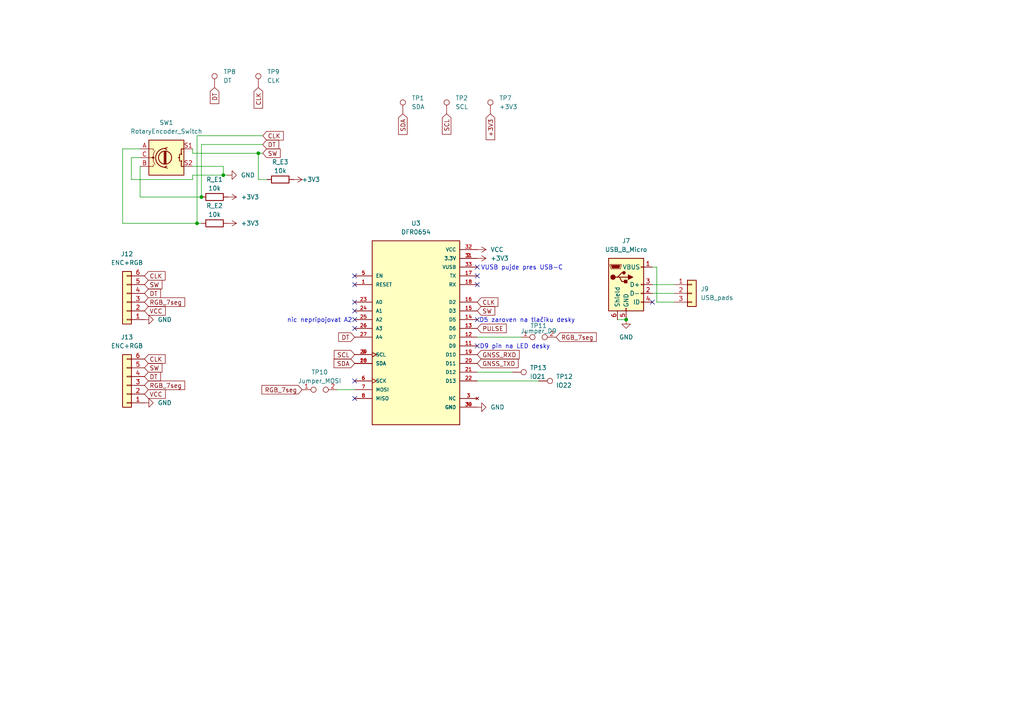
<source format=kicad_sch>
(kicad_sch (version 20231120) (generator "eeschema") (generator_version "8.0")
  (paper "A4")
  (lib_symbols
    (symbol "Connector:TestPoint" (pin_numbers hide) (pin_names (offset 0.762) hide)
      (property "Reference" "TP" (at 0 6.858 0))
      (property "Value" "TestPoint" (at 0 5.08 0))
      (symbol "TestPoint_0_1"
        (circle (center 0 3.302) (radius 0.762))
      )
      (symbol "TestPoint_1_1"
        (pin passive line (at 0 0 90) (length 2.54) (name "1") (number "1"))
      )
    )
    (symbol "Connector:TestPoint_2Pole" (pin_names (offset 0.762) hide)
      (property "Reference" "TP" (at 0 1.524 0))
      (property "Value" "TestPoint_2Pole" (at 0 -1.778 0))
      (symbol "TestPoint_2Pole_0_1"
        (circle (center -1.778 0) (radius 0.762))
        (circle (center 1.778 0) (radius 0.762))
        (pin passive line (at -5.08 0 0) (length 2.54) (name "1") (number "1"))
        (pin passive line (at 5.08 0 180) (length 2.54) (name "2") (number "2"))
      )
    )
    (symbol "Connector:USB_B_Micro" (pin_names (offset 1.016))
      (property "Reference" "J" (at -5.08 11.43 0))
      (property "Value" "USB_B_Micro" (at -5.08 8.89 0))
      (symbol "USB_B_Micro_0_1"
        (rectangle (start -5.08 -7.62) (end 5.08 7.62) (stroke (width 0.254)) (fill (type background)))
        (circle (center -3.81 2.159) (radius 0.635) (stroke (width 0.254)) (fill (type outline)))
        (circle (center -0.635 3.429) (radius 0.381) (stroke (width 0.254)) (fill (type outline)))
        (rectangle (start -0.127 -7.62) (end 0.127 -6.858))
        (polyline (pts (xy -1.905 2.159) (xy 0.635 2.159)) (stroke (width 0.254)))
        (polyline (pts (xy -3.175 2.159) (xy -2.54 2.159) (xy -1.27 3.429) (xy -0.635 3.429)) (stroke (width 0.254)))
        (polyline (pts (xy -2.54 2.159) (xy -1.905 2.159) (xy -1.27 0.889) (xy 0 0.889)) (stroke (width 0.254)))
        (polyline (pts (xy 0.635 2.794) (xy 0.635 1.524) (xy 1.905 2.159) (xy 0.635 2.794)) (stroke (width 0.254)) (fill (type outline)))
        (polyline (pts (xy -4.318 5.588) (xy -1.778 5.588) (xy -2.032 4.826) (xy -4.064 4.826) (xy -4.318 5.588)) (fill (type outline)))
        (polyline (pts (xy -4.699 5.842) (xy -4.699 5.588) (xy -4.445 4.826) (xy -4.445 4.572) (xy -1.651 4.572) (xy -1.651 4.826) (xy -1.397 5.588) (xy -1.397 5.842) (xy -4.699 5.842)))
        (rectangle (start 0.254 1.27) (end -0.508 0.508) (stroke (width 0.254)) (fill (type outline)))
        (rectangle (start 5.08 -5.207) (end 4.318 -4.953))
        (rectangle (start 5.08 -2.667) (end 4.318 -2.413))
        (rectangle (start 5.08 -0.127) (end 4.318 0.127))
        (rectangle (start 5.08 4.953) (end 4.318 5.207))
      )
      (symbol "USB_B_Micro_1_1"
        (pin power_out line (at 7.62 5.08 180) (length 2.54) (name "VBUS") (number "1"))
        (pin bidirectional line (at 7.62 -2.54 180) (length 2.54) (name "D-") (number "2"))
        (pin bidirectional line (at 7.62 0 180) (length 2.54) (name "D+") (number "3"))
        (pin passive line (at 7.62 -5.08 180) (length 2.54) (name "ID") (number "4"))
        (pin power_out line (at 0 -10.16 90) (length 2.54) (name "GND") (number "5"))
        (pin passive line (at -2.54 -10.16 90) (length 2.54) (name "Shield") (number "6"))
      )
    )
    (symbol "Connector_Generic:Conn_01x03" (pin_names (offset 1.016) hide)
      (property "Reference" "J" (at 0 5.08 0))
      (property "Value" "Conn_01x03" (at 0 -5.08 0))
      (symbol "Conn_01x03_1_1"
        (rectangle (start -1.27 -2.413) (end 0 -2.667) (stroke (width 0.1524)))
        (rectangle (start -1.27 0.127) (end 0 -0.127) (stroke (width 0.1524)))
        (rectangle (start -1.27 2.667) (end 0 2.413) (stroke (width 0.1524)))
        (rectangle (start -1.27 3.81) (end 1.27 -3.81) (stroke (width 0.254)) (fill (type background)))
        (pin passive line (at -5.08 2.54 0) (length 3.81) (name "Pin_1") (number "1"))
        (pin passive line (at -5.08 0 0) (length 3.81) (name "Pin_2") (number "2"))
        (pin passive line (at -5.08 -2.54 0) (length 3.81) (name "Pin_3") (number "3"))
      )
    )
    (symbol "Connector_Generic:Conn_01x06" (pin_names (offset 1.016) hide)
      (property "Reference" "J" (at 0 7.62 0))
      (property "Value" "Conn_01x06" (at 0 -10.16 0))
      (symbol "Conn_01x06_1_1"
        (rectangle (start -1.27 -7.493) (end 0 -7.747) (stroke (width 0.1524)))
        (rectangle (start -1.27 -4.953) (end 0 -5.207) (stroke (width 0.1524)))
        (rectangle (start -1.27 -2.413) (end 0 -2.667) (stroke (width 0.1524)))
        (rectangle (start -1.27 0.127) (end 0 -0.127) (stroke (width 0.1524)))
        (rectangle (start -1.27 2.667) (end 0 2.413) (stroke (width 0.1524)))
        (rectangle (start -1.27 5.207) (end 0 4.953) (stroke (width 0.1524)))
        (rectangle (start -1.27 6.35) (end 1.27 -8.89) (stroke (width 0.254)) (fill (type background)))
        (pin passive line (at -5.08 5.08 0) (length 3.81) (name "Pin_1") (number "1"))
        (pin passive line (at -5.08 2.54 0) (length 3.81) (name "Pin_2") (number "2"))
        (pin passive line (at -5.08 0 0) (length 3.81) (name "Pin_3") (number "3"))
        (pin passive line (at -5.08 -2.54 0) (length 3.81) (name "Pin_4") (number "4"))
        (pin passive line (at -5.08 -5.08 0) (length 3.81) (name "Pin_5") (number "5"))
        (pin passive line (at -5.08 -7.62 0) (length 3.81) (name "Pin_6") (number "6"))
      )
    )
    (symbol "DFR0654:DFR0654" (pin_names (offset 1.016))
      (property "Reference" "U" (at -12.7 26.162 0))
      (property "Value" "DFR0654" (at -12.7 -30.48 0))
      (symbol "DFR0654_0_0"
        (rectangle (start -12.7 -27.94) (end 12.7 25.4) (stroke (width 0.254)) (fill (type background)))
        (pin input line (at -17.78 12.7 0) (length 5.08) (name "RESET") (number "1"))
        (pin bidirectional line (at -17.78 -10.16 0) (length 5.08) (name "SDA") (number "10"))
        (pin bidirectional line (at 17.78 -5.08 180) (length 5.08) (name "D9") (number "11"))
        (pin bidirectional line (at 17.78 -2.54 180) (length 5.08) (name "D7") (number "12"))
        (pin bidirectional line (at 17.78 0 180) (length 5.08) (name "D6") (number "13"))
        (pin bidirectional line (at 17.78 2.54 180) (length 5.08) (name "D5") (number "14"))
        (pin bidirectional line (at 17.78 5.08 180) (length 5.08) (name "D3") (number "15"))
        (pin bidirectional line (at 17.78 7.62 180) (length 5.08) (name "D2") (number "16"))
        (pin output line (at 17.78 15.24 180) (length 5.08) (name "TX") (number "17"))
        (pin input line (at 17.78 12.7 180) (length 5.08) (name "RX") (number "18"))
        (pin bidirectional line (at 17.78 -7.62 180) (length 5.08) (name "D10") (number "19"))
        (pin power_in line (at 17.78 20.32 180) (length 5.08) (name "3.3V") (number "2"))
        (pin bidirectional line (at 17.78 -10.16 180) (length 5.08) (name "D11") (number "20"))
        (pin bidirectional line (at 17.78 -12.7 180) (length 5.08) (name "D12") (number "21"))
        (pin bidirectional line (at 17.78 -15.24 180) (length 5.08) (name "D13") (number "22"))
        (pin input line (at -17.78 7.62 0) (length 5.08) (name "A0") (number "23"))
        (pin input line (at -17.78 5.08 0) (length 5.08) (name "A1") (number "24"))
        (pin input line (at -17.78 2.54 0) (length 5.08) (name "A2") (number "25"))
        (pin input line (at -17.78 0 0) (length 5.08) (name "A3") (number "26"))
        (pin input line (at -17.78 -2.54 0) (length 5.08) (name "A4") (number "27"))
        (pin bidirectional line (at -17.78 -10.16 0) (length 5.08) (name "SDA") (number "28"))
        (pin input clock (at -17.78 -7.62 0) (length 5.08) (name "SCL") (number "29"))
        (pin no_connect line (at 17.78 -20.32 180) (length 5.08) (name "NC") (number "3"))
        (pin power_in line (at 17.78 -22.86 180) (length 5.08) (name "GND") (number "30"))
        (pin power_out line (at 17.78 20.32 180) (length 5.08) (name "3.3V") (number "31"))
        (pin power_out line (at 17.78 22.86 180) (length 5.08) (name "VCC") (number "32"))
        (pin power_in line (at 17.78 -22.86 180) (length 5.08) (name "GND") (number "4"))
        (pin input line (at -17.78 15.24 0) (length 5.08) (name "EN") (number "5"))
        (pin input clock (at -17.78 -15.24 0) (length 5.08) (name "SCK") (number "6"))
        (pin input line (at -17.78 -17.78 0) (length 5.08) (name "MOSI") (number "7"))
        (pin output line (at -17.78 -20.32 0) (length 5.08) (name "MISO") (number "8"))
        (pin input clock (at -17.78 -7.62 0) (length 5.08) (name "SCL") (number "9"))
      )
      (symbol "DFR0654_1_0"
        (pin power_in line (at 17.78 -22.86 180) (length 5.08) (name "GND") (number "34"))
      )
      (symbol "DFR0654_1_1"
        (pin power_in line (at 17.78 17.78 180) (length 5.08) (name "VUSB") (number "33"))
      )
    )
    (symbol "Device:R" (pin_numbers hide) (pin_names (offset 0))
      (property "Reference" "R" (at 2.032 0 90))
      (property "Value" "R" (at 0 0 90))
      (symbol "R_0_1"
        (rectangle (start -1.016 -2.54) (end 1.016 2.54) (stroke (width 0.254)))
      )
      (symbol "R_1_1"
        (pin passive line (at 0 3.81 270) (length 1.27) (name "~") (number "1"))
        (pin passive line (at 0 -3.81 90) (length 1.27) (name "~") (number "2"))
      )
    )
    (symbol "Device:RotaryEncoder_Switch" (pin_names (offset 0.254) hide)
      (property "Reference" "SW" (at 0 6.604 0))
      (property "Value" "RotaryEncoder_Switch" (at 0 -6.604 0))
      (symbol "RotaryEncoder_Switch_0_1"
        (rectangle (start -5.08 5.08) (end 5.08 -5.08) (stroke (width 0.254)) (fill (type background)))
        (circle (center -3.81 0) (radius 0.254) (fill (type outline)))
        (circle (center -0.381 0) (radius 1.905) (stroke (width 0.254)))
        (arc (start -0.381 2.667) (mid -3.0988 -0.0635) (end -0.381 -2.794) (stroke (width 0.254)))
        (polyline (pts (xy -0.635 -1.778) (xy -0.635 1.778)) (stroke (width 0.254)))
        (polyline (pts (xy -0.381 -1.778) (xy -0.381 1.778)) (stroke (width 0.254)))
        (polyline (pts (xy -0.127 1.778) (xy -0.127 -1.778)) (stroke (width 0.254)))
        (polyline (pts (xy 3.81 0) (xy 3.429 0)) (stroke (width 0.254)))
        (polyline (pts (xy 3.81 1.016) (xy 3.81 -1.016)) (stroke (width 0.254)))
        (polyline (pts (xy -5.08 -2.54) (xy -3.81 -2.54) (xy -3.81 -2.032)))
        (polyline (pts (xy -5.08 2.54) (xy -3.81 2.54) (xy -3.81 2.032)))
        (polyline (pts (xy 0.254 -3.048) (xy -0.508 -2.794) (xy 0.127 -2.413)) (stroke (width 0.254)))
        (polyline (pts (xy 0.254 2.921) (xy -0.508 2.667) (xy 0.127 2.286)) (stroke (width 0.254)))
        (polyline (pts (xy 5.08 -2.54) (xy 4.318 -2.54) (xy 4.318 -1.016)) (stroke (width 0.254)))
        (polyline (pts (xy 5.08 2.54) (xy 4.318 2.54) (xy 4.318 1.016)) (stroke (width 0.254)))
        (polyline (pts (xy -5.08 0) (xy -3.81 0) (xy -3.81 -1.016) (xy -3.302 -2.032)))
        (polyline (pts (xy -4.318 0) (xy -3.81 0) (xy -3.81 1.016) (xy -3.302 2.032)))
        (circle (center 4.318 -1.016) (radius 0.127) (stroke (width 0.254)))
        (circle (center 4.318 1.016) (radius 0.127) (stroke (width 0.254)))
      )
      (symbol "RotaryEncoder_Switch_1_1"
        (pin passive line (at -7.62 2.54 0) (length 2.54) (name "A") (number "A"))
        (pin passive line (at -7.62 -2.54 0) (length 2.54) (name "B") (number "B"))
        (pin passive line (at -7.62 0 0) (length 2.54) (name "C") (number "C"))
        (pin passive line (at 7.62 2.54 180) (length 2.54) (name "S1") (number "S1"))
        (pin passive line (at 7.62 -2.54 180) (length 2.54) (name "S2") (number "S2"))
      )
    )
    (symbol "power:+3V3" (power) (pin_numbers hide) (pin_names (offset 0) hide)
      (property "Value" "+3V3" (at 0 3.556 0))
      (symbol "+3V3_0_1"
        (polyline (pts (xy -0.762 1.27) (xy 0 2.54)))
        (polyline (pts (xy 0 0) (xy 0 2.54)))
        (polyline (pts (xy 0 2.54) (xy 0.762 1.27)))
      )
      (symbol "+3V3_1_1"
        (pin power_in line (at 0 0 90) (length 0) (name "~") (number "1"))
      )
    )
    (symbol "power:GND" (power) (pin_numbers hide) (pin_names (offset 0) hide)
      (property "Value" "GND" (at 0 -3.81 0))
      (symbol "GND_0_1"
        (polyline (pts (xy 0 0) (xy 0 -1.27) (xy 1.27 -1.27) (xy 0 -2.54) (xy -1.27 -1.27) (xy 0 -1.27)))
      )
      (symbol "GND_1_1"
        (pin power_in line (at 0 0 270) (length 0) (name "~") (number "1"))
      )
    )
    (symbol "power:VCC" (power) (pin_numbers hide) (pin_names (offset 0) hide)
      (property "Value" "VCC" (at 0 3.556 0))
      (symbol "VCC_0_1"
        (polyline (pts (xy -0.762 1.27) (xy 0 2.54)))
        (polyline (pts (xy 0 0) (xy 0 2.54)))
        (polyline (pts (xy 0 2.54) (xy 0.762 1.27)))
      )
      (symbol "VCC_1_1"
        (pin power_in line (at 0 0 90) (length 0) (name "~") (number "1"))
      )
    )
  )
  (junction (at 181.61 92.71))
  (junction (at 58.42 57.15))
  (junction (at 57.15 64.77))
  (junction (at 64.77 50.8))
  (junction (at 74.93 44.45))
  (no_connect (at 138.43 92.71))
  (no_connect (at 138.43 80.01))
  (no_connect (at 138.43 77.47))
  (no_connect (at 102.87 95.25))
  (no_connect (at 102.87 80.01))
  (no_connect (at 102.87 92.71))
  (no_connect (at 138.43 100.33))
  (no_connect (at 102.87 90.17))
  (no_connect (at 189.23 87.63))
  (no_connect (at 102.87 110.49))
  (no_connect (at 138.43 82.55))
  (no_connect (at 102.87 87.63))
  (no_connect (at 102.87 115.57))
  (no_connect (at 102.87 82.55))
  (wire (pts (xy 58.42 57.15) (xy 58.42 41.91)))
  (wire (pts (xy 40.64 43.18) (xy 35.56 43.18)))
  (wire (pts (xy 74.93 44.45) (xy 76.2 44.45)))
  (wire (pts (xy 55.88 44.45) (xy 74.93 44.45)))
  (wire (pts (xy 40.64 45.72) (xy 38.1 45.72)))
  (wire (pts (xy 57.15 64.77) (xy 58.42 64.77)))
  (wire (pts (xy 189.23 82.55) (xy 195.58 82.55)))
  (wire (pts (xy 55.88 52.07) (xy 55.88 50.8)))
  (wire (pts (xy 40.64 57.15) (xy 58.42 57.15)))
  (wire (pts (xy 190.5 87.63) (xy 195.58 87.63)))
  (wire (pts (xy 40.64 48.26) (xy 40.64 57.15)))
  (wire (pts (xy 190.5 77.47) (xy 190.5 87.63)))
  (wire (pts (xy 57.15 64.77) (xy 57.15 39.37)))
  (wire (pts (xy 55.88 48.26) (xy 64.77 48.26)))
  (wire (pts (xy 57.15 39.37) (xy 76.2 39.37)))
  (wire (pts (xy 156.21 110.49) (xy 138.43 110.49)))
  (wire (pts (xy 190.5 77.47) (xy 189.23 77.47)))
  (wire (pts (xy 138.43 97.79) (xy 151.13 97.79)))
  (wire (pts (xy 64.77 50.8) (xy 66.04 50.8)))
  (wire (pts (xy 148.59 107.95) (xy 138.43 107.95)))
  (wire (pts (xy 189.23 85.09) (xy 195.58 85.09)))
  (wire (pts (xy 74.93 52.07) (xy 77.47 52.07)))
  (wire (pts (xy 35.56 64.77) (xy 57.15 64.77)))
  (wire (pts (xy 74.93 52.07) (xy 74.93 44.45)))
  (wire (pts (xy 58.42 41.91) (xy 76.2 41.91)))
  (wire (pts (xy 35.56 43.18) (xy 35.56 64.77)))
  (wire (pts (xy 38.1 52.07) (xy 55.88 52.07)))
  (wire (pts (xy 179.07 92.71) (xy 181.61 92.71)))
  (wire (pts (xy 55.88 50.8) (xy 64.77 50.8)))
  (wire (pts (xy 64.77 48.26) (xy 64.77 50.8)))
  (wire (pts (xy 97.79 113.03) (xy 102.87 113.03)))
  (wire (pts (xy 38.1 45.72) (xy 38.1 52.07)))
  (wire (pts (xy 55.88 43.18) (xy 55.88 44.45)))
  (text "D5 zaroven na tlačiku desky\n" (at 152.908 92.964 0) (effects (font (size 1.27 1.27))))
  (text "VUSB pujde pres USB-C" (at 151.384 77.724 0) (effects (font (size 1.27 1.27))))
  (text "nic nepripojovat A2\n\n" (at 92.71 93.98 0) (effects (font (size 1.27 1.27))))
  (text "D9 pin na LED desky" (at 149.352 100.584 0) (effects (font (size 1.27 1.27))))
  (global_label "RGB_7seg" (shape input) (at 41.91 111.76 0) (property "Intersheetrefs" "${INTERSHEET_REFS}" (effects (hide yes))))
  (global_label "PULSE" (shape input) (at 138.43 95.25 0) (property "Intersheetrefs" "${INTERSHEET_REFS}" (effects (hide yes))))
  (global_label "VCC" (shape input) (at 41.91 90.17 0) (property "Intersheetrefs" "${INTERSHEET_REFS}" (effects (hide yes))))
  (global_label "SCL" (shape input) (at 102.87 102.87 180) (property "Intersheetrefs" "${INTERSHEET_REFS}" (effects (hide yes))))
  (global_label "SDA" (shape input) (at 116.84 33.02 270) (property "Intersheetrefs" "${INTERSHEET_REFS}" (effects (hide yes))))
  (global_label "DT" (shape input) (at 41.91 109.22 0) (property "Intersheetrefs" "${INTERSHEET_REFS}" (effects (hide yes))))
  (global_label "RGB_7seg" (shape input) (at 87.63 113.03 180) (property "Intersheetrefs" "${INTERSHEET_REFS}" (effects (hide yes))))
  (global_label "SCL" (shape input) (at 129.54 33.02 270) (property "Intersheetrefs" "${INTERSHEET_REFS}" (effects (hide yes))))
  (global_label "GNSS_TXD" (shape input) (at 138.43 105.41 0) (property "Intersheetrefs" "${INTERSHEET_REFS}" (effects (hide yes))))
  (global_label "SW" (shape input) (at 41.91 82.55 0) (property "Intersheetrefs" "${INTERSHEET_REFS}" (effects (hide yes))))
  (global_label "SDA" (shape input) (at 102.87 105.41 180) (property "Intersheetrefs" "${INTERSHEET_REFS}" (effects (hide yes))))
  (global_label "DT" (shape input) (at 62.23 25.4 270) (property "Intersheetrefs" "${INTERSHEET_REFS}" (effects (hide yes))))
  (global_label "GNSS_RXD" (shape input) (at 138.43 102.87 0) (property "Intersheetrefs" "${INTERSHEET_REFS}" (effects (hide yes))))
  (global_label "CLK" (shape input) (at 138.43 87.63 0) (property "Intersheetrefs" "${INTERSHEET_REFS}" (effects (hide yes))))
  (global_label "CLK" (shape input) (at 41.91 80.01 0) (property "Intersheetrefs" "${INTERSHEET_REFS}" (effects (hide yes))))
  (global_label "DT" (shape input) (at 102.87 97.79 180) (property "Intersheetrefs" "${INTERSHEET_REFS}" (effects (hide yes))))
  (global_label "VCC" (shape input) (at 41.91 114.3 0) (property "Intersheetrefs" "${INTERSHEET_REFS}" (effects (hide yes))))
  (global_label "SW" (shape input) (at 138.43 90.17 0) (property "Intersheetrefs" "${INTERSHEET_REFS}" (effects (hide yes))))
  (global_label "DT" (shape input) (at 41.91 85.09 0) (property "Intersheetrefs" "${INTERSHEET_REFS}" (effects (hide yes))))
  (global_label "SW" (shape input) (at 41.91 106.68 0) (property "Intersheetrefs" "${INTERSHEET_REFS}" (effects (hide yes))))
  (global_label "SW" (shape input) (at 76.2 44.45 0) (property "Intersheetrefs" "${INTERSHEET_REFS}" (effects (hide yes))))
  (global_label "RGB_7seg" (shape input) (at 161.29 97.79 0) (property "Intersheetrefs" "${INTERSHEET_REFS}" (effects (hide yes))))
  (global_label "CLK" (shape input) (at 76.2 39.37 0) (property "Intersheetrefs" "${INTERSHEET_REFS}" (effects (hide yes))))
  (global_label "+3V3" (shape input) (at 142.24 33.02 270) (property "Intersheetrefs" "${INTERSHEET_REFS}" (effects (hide yes))))
  (global_label "DT" (shape input) (at 76.2 41.91 0) (property "Intersheetrefs" "${INTERSHEET_REFS}" (effects (hide yes))))
  (global_label "CLK" (shape input) (at 74.93 25.4 270) (property "Intersheetrefs" "${INTERSHEET_REFS}" (effects (hide yes))))
  (global_label "RGB_7seg" (shape input) (at 41.91 87.63 0) (property "Intersheetrefs" "${INTERSHEET_REFS}" (effects (hide yes))))
  (global_label "CLK" (shape input) (at 41.91 104.14 0) (property "Intersheetrefs" "${INTERSHEET_REFS}" (effects (hide yes))))
  (symbol (lib_id "Connector:USB_B_Micro") (at 181.61 82.55 0) (unit 1)
    (property "Reference" "J7" (at 181.61 69.85 0))
    (property "Value" "USB_B_Micro" (at 181.61 72.39 0))
    (property "Footprint" "Connector_USB:USB_Mini-B_Tensility_54-00023_Vertical_CircularHoles" (effects (hide yes)))
    (property "Description" "USB Micro Type B connector" (effects (hide yes)))
  )
  (symbol (lib_id "power:VCC") (at 138.43 72.39 270) (unit 1)
    (property "Reference" "#PWR029" (effects (hide yes)))
    (property "Value" "VCC" (at 142.24 72.3899 90) (effects (justify left)))
    (property "Description" "Power symbol creates a global label with name \"VCC\"" (effects (hide yes)))
  )
  (symbol (lib_id "power:GND") (at 138.43 118.11 90) (unit 1)
    (property "Reference" "#PWR035" (effects (hide yes)))
    (property "Value" "GND" (at 142.24 118.1099 90) (effects (justify right)))
    (property "Description" "Power symbol creates a global label with name \"GND\" , ground" (effects (hide yes)))
  )
  (symbol (lib_id "Device:R") (at 81.28 52.07 90) (unit 1)
    (property "Reference" "R_E3" (at 81.28 46.99 90))
    (property "Value" "10k" (at 81.28 49.53 90))
    (property "Footprint" "Resistor_SMD:R_0805_2012Metric_Pad1.20x1.40mm_HandSolder" (effects (hide yes)))
    (property "Description" "Resistor" (effects (hide yes)))
  )
  (symbol (lib_id "Connector_Generic:Conn_01x06") (at 36.83 87.63 180) (unit 1)
    (property "Reference" "J12" (at 36.83 73.66 0))
    (property "Value" "ENC+RGB" (at 36.83 76.2 0))
    (property "Footprint" "Connector_PinSocket_2.54mm:PinSocket_1x06_P2.54mm_Vertical" (effects (hide yes)))
    (property "Description" "Generic connector, single row, 01x06, script generated (kicad-library-utils/schlib/autogen/connector/)" (effects (hide yes)))
  )
  (symbol (lib_id "power:+3V3") (at 66.04 57.15 270) (unit 1)
    (property "Reference" "#PWR05" (effects (hide yes)))
    (property "Value" "+3V3" (at 69.85 57.1499 90) (effects (justify left)))
    (property "Description" "Power symbol creates a global label with name \"+3V3\"" (effects (hide yes)))
  )
  (symbol (lib_id "Device:R") (at 62.23 64.77 90) (unit 1)
    (property "Reference" "R_E2" (at 62.23 59.69 90))
    (property "Value" "10k" (at 62.23 62.23 90))
    (property "Footprint" "Resistor_SMD:R_0805_2012Metric_Pad1.20x1.40mm_HandSolder" (effects (hide yes)))
    (property "Description" "Resistor" (effects (hide yes)))
  )
  (symbol (lib_id "Connector:TestPoint_2Pole") (at 92.71 113.03 0) (unit 1)
    (property "Reference" "TP10" (at 92.71 107.95 0))
    (property "Value" "Jumper_MOSI" (at 92.71 110.49 0))
    (property "Footprint" "Resistor_SMD:R_0805_2012Metric_Pad1.20x1.40mm_HandSolder" (effects (hide yes)))
    (property "Description" "2-polar test point" (effects (hide yes)))
  )
  (symbol (lib_id "Connector:TestPoint_2Pole") (at 156.21 97.79 0) (unit 1)
    (property "Reference" "TP11" (at 156.21 94.488 0))
    (property "Value" "Jumper_D9" (at 156.21 96.012 0))
    (property "Footprint" "Resistor_SMD:R_0805_2012Metric_Pad1.20x1.40mm_HandSolder" (effects (hide yes)))
    (property "Description" "2-polar test point" (effects (hide yes)))
  )
  (symbol (lib_id "Connector:TestPoint") (at 116.84 33.02 0) (unit 1)
    (property "Reference" "TP1" (at 119.38 28.4479 0) (effects (justify left)))
    (property "Value" "SDA" (at 119.38 30.9879 0) (effects (justify left)))
    (property "Footprint" "TestPoint:TestPoint_Loop_D1.80mm_Drill1.0mm_Beaded" (effects (hide yes)))
    (property "Description" "test point" (effects (hide yes)))
  )
  (symbol (lib_id "Connector:TestPoint") (at 142.24 33.02 0) (unit 1)
    (property "Reference" "TP7" (at 144.78 28.4479 0) (effects (justify left)))
    (property "Value" "+3V3" (at 144.78 30.9879 0) (effects (justify left)))
    (property "Footprint" "TestPoint:TestPoint_Loop_D1.80mm_Drill1.0mm_Beaded" (effects (hide yes)))
    (property "Description" "test point" (effects (hide yes)))
  )
  (symbol (lib_id "power:+3V3") (at 138.43 74.93 270) (unit 1)
    (property "Reference" "#PWR030" (effects (hide yes)))
    (property "Value" "+3V3" (at 142.24 74.9299 90) (effects (justify left)))
    (property "Description" "Power symbol creates a global label with name \"+3V3\"" (effects (hide yes)))
  )
  (symbol (lib_id "DFR0654:DFR0654") (at 120.65 95.25 0) (unit 1)
    (property "Reference" "U3" (at 120.65 64.77 0))
    (property "Value" "DFR0654" (at 120.65 67.31 0))
    (property "Footprint" "DFR0654:DFR0654_2" (effects (hide yes)))
    (property "Description" "ESP32 ESP32-E Transceiver; 802.11 b/g/n/d/e/i/k/r (Wi-Fi, WiFi, WLAN), Bluetooth® Smart 4.x Low Energy (BLE) 2.4GHz ~ 2.5GHz Evaluation Board" (effects (hide yes)))
    (property "MF" "DFRobot" (effects (hide yes)))
    (property "Package" "None" (effects (hide yes)))
    (property "Price" "None" (effects (hide yes)))
    (property "Check_prices" "https://www.snapeda.com/parts/DFR0654/DFRobot/view-part/?ref=eda" (effects (hide yes)))
    (property "STANDARD" "Manufacturer Recommendations" (effects (hide yes)))
    (property "SnapEDA_Link" "https://www.snapeda.com/parts/DFR0654/DFRobot/view-part/?ref=snap" (effects (hide yes)))
    (property "MP" "DFR0654" (effects (hide yes)))
    (property "Purchase-URL" "https://www.snapeda.com/api/url_track_click_mouser/?unipart_id=6027324&manufacturer=DFRobot&part_name=DFR0654&search_term=None" (effects (hide yes)))
    (property "Availability" "In Stock" (effects (hide yes)))
    (property "MANUFACTURER" "DFRobot" (effects (hide yes)))
    (property "Description_1" "\nESP32 ESP32-E Transceiver; 802.11 b/g/n/d/e/i/k/r (Wi-Fi, WiFi, WLAN), Bluetooth® Smart 4.x Low Energy (BLE) 2.4GHz ~ 2.5GHz Evaluation Board\n" (effects (hide yes)))
  )
  (symbol (lib_id "power:GND") (at 66.04 50.8 90) (unit 1)
    (property "Reference" "#PWR028" (effects (hide yes)))
    (property "Value" "GND" (at 69.85 50.7999 90) (effects (justify right)))
    (property "Description" "Power symbol creates a global label with name \"GND\" , ground" (effects (hide yes)))
  )
  (symbol (lib_id "power:+3V3") (at 66.04 64.77 270) (unit 1)
    (property "Reference" "#PWR042" (effects (hide yes)))
    (property "Value" "+3V3" (at 69.85 64.7699 90) (effects (justify left)))
    (property "Description" "Power symbol creates a global label with name \"+3V3\"" (effects (hide yes)))
  )
  (symbol (lib_id "Device:R") (at 62.23 57.15 90) (unit 1)
    (property "Reference" "R_E1" (at 62.23 52.07 90))
    (property "Value" "10k" (at 62.23 54.61 90))
    (property "Footprint" "Resistor_SMD:R_0805_2012Metric_Pad1.20x1.40mm_HandSolder" (effects (hide yes)))
    (property "Description" "Resistor" (effects (hide yes)))
  )
  (symbol (lib_id "Connector_Generic:Conn_01x06") (at 36.83 111.76 180) (unit 1)
    (property "Reference" "J13" (at 36.83 97.79 0))
    (property "Value" "ENC+RGB" (at 36.83 100.33 0))
    (property "Footprint" "Connector_PinHeader_2.54mm:PinHeader_1x06_P2.54mm_Vertical" (effects (hide yes)))
    (property "Description" "Generic connector, single row, 01x06, script generated (kicad-library-utils/schlib/autogen/connector/)" (effects (hide yes)))
  )
  (symbol (lib_id "Connector:TestPoint") (at 148.59 107.95 270) (unit 1)
    (property "Reference" "TP13" (at 153.67 106.6799 90) (effects (justify left)))
    (property "Value" "IO21" (at 153.67 109.2199 90) (effects (justify left)))
    (property "Footprint" "TestPoint:TestPoint_Loop_D1.80mm_Drill1.0mm_Beaded" (effects (hide yes)))
    (property "Description" "test point" (effects (hide yes)))
  )
  (symbol (lib_id "power:+3V3") (at 85.09 52.07 270) (unit 1)
    (property "Reference" "#PWR027" (effects (hide yes)))
    (property "Value" "+3V3" (at 90.17 52.07 90))
    (property "Description" "Power symbol creates a global label with name \"+3V3\"" (effects (hide yes)))
  )
  (symbol (lib_id "Connector:TestPoint") (at 62.23 25.4 0) (unit 1)
    (property "Reference" "TP8" (at 64.77 20.8279 0) (effects (justify left)))
    (property "Value" "DT" (at 64.77 23.3679 0) (effects (justify left)))
    (property "Footprint" "TestPoint:TestPoint_Loop_D1.80mm_Drill1.0mm_Beaded" (effects (hide yes)))
    (property "Description" "test point" (effects (hide yes)))
  )
  (symbol (lib_id "power:GND") (at 41.91 92.71 90) (unit 1)
    (property "Reference" "#PWR049" (effects (hide yes)))
    (property "Value" "GND" (at 45.72 92.7099 90) (effects (justify right)))
    (property "Description" "Power symbol creates a global label with name \"GND\" , ground" (effects (hide yes)))
  )
  (symbol (lib_id "Connector:TestPoint") (at 74.93 25.4 0) (unit 1)
    (property "Reference" "TP9" (at 77.47 20.8279 0) (effects (justify left)))
    (property "Value" "CLK" (at 77.47 23.3679 0) (effects (justify left)))
    (property "Footprint" "TestPoint:TestPoint_Loop_D1.80mm_Drill1.0mm_Beaded" (effects (hide yes)))
    (property "Description" "test point" (effects (hide yes)))
  )
  (symbol (lib_id "Connector_Generic:Conn_01x03") (at 200.66 85.09 0) (unit 1)
    (property "Reference" "J9" (at 203.2 83.8199 0) (effects (justify left)))
    (property "Value" "USB_pads" (at 203.2 86.3599 0) (effects (justify left)))
    (property "Footprint" "Connector_PinSocket_2.54mm:PinSocket_1x03_P2.54mm_Vertical" (effects (hide yes)))
    (property "Description" "Generic connector, single row, 01x03, script generated (kicad-library-utils/schlib/autogen/connector/)" (effects (hide yes)))
  )
  (symbol (lib_id "power:GND") (at 41.91 116.84 90) (unit 1)
    (property "Reference" "#PWR048" (effects (hide yes)))
    (property "Value" "GND" (at 45.72 116.8399 90) (effects (justify right)))
    (property "Description" "Power symbol creates a global label with name \"GND\" , ground" (effects (hide yes)))
  )
  (symbol (lib_id "power:GND") (at 181.61 92.71 0) (unit 1)
    (property "Reference" "#PWR033" (effects (hide yes)))
    (property "Value" "GND" (at 181.61 97.79 0))
    (property "Description" "Power symbol creates a global label with name \"GND\" , ground" (effects (hide yes)))
  )
  (symbol (lib_id "Connector:TestPoint") (at 129.54 33.02 0) (unit 1)
    (property "Reference" "TP2" (at 132.08 28.4479 0) (effects (justify left)))
    (property "Value" "SCL" (at 132.08 30.9879 0) (effects (justify left)))
    (property "Footprint" "TestPoint:TestPoint_Loop_D1.80mm_Drill1.0mm_Beaded" (effects (hide yes)))
    (property "Description" "test point" (effects (hide yes)))
  )
  (symbol (lib_id "Connector:TestPoint") (at 156.21 110.49 270) (unit 1)
    (property "Reference" "TP12" (at 161.29 109.2199 90) (effects (justify left)))
    (property "Value" "IO22" (at 161.29 111.7599 90) (effects (justify left)))
    (property "Footprint" "TestPoint:TestPoint_Loop_D1.80mm_Drill1.0mm_Beaded" (effects (hide yes)))
    (property "Description" "test point" (effects (hide yes)))
  )
  (symbol (lib_id "Device:RotaryEncoder_Switch") (at 48.26 45.72 0) (unit 1)
    (property "Reference" "SW1" (at 48.26 35.56 0))
    (property "Value" "RotaryEncoder_Switch" (at 48.26 38.1 0))
    (property "Footprint" "Rotary_Encoder:RotaryEncoder_20mm_WO_mount_holes" (effects (hide yes)))
    (property "Description" "Rotary encoder, dual channel, incremental quadrate outputs, with switch" (effects (hide yes)))
  )
)
</source>
